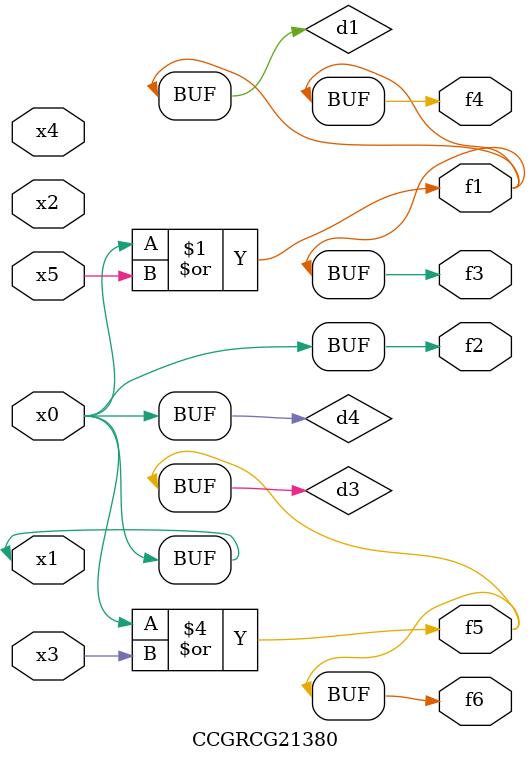
<source format=v>
module CCGRCG21380(
	input x0, x1, x2, x3, x4, x5,
	output f1, f2, f3, f4, f5, f6
);

	wire d1, d2, d3, d4;

	or (d1, x0, x5);
	xnor (d2, x1, x4);
	or (d3, x0, x3);
	buf (d4, x0, x1);
	assign f1 = d1;
	assign f2 = d4;
	assign f3 = d1;
	assign f4 = d1;
	assign f5 = d3;
	assign f6 = d3;
endmodule

</source>
